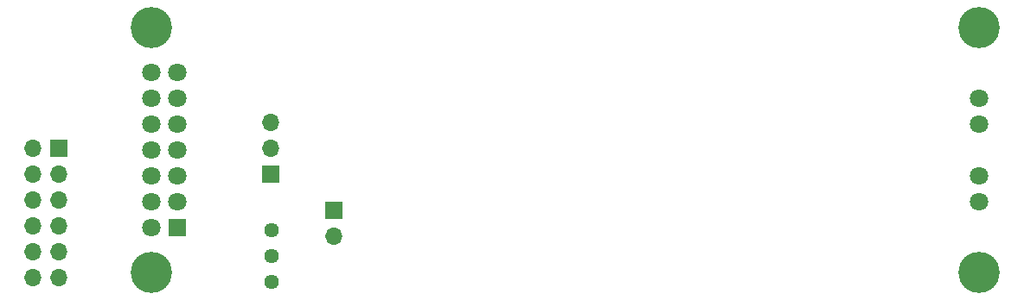
<source format=gbr>
%TF.GenerationSoftware,KiCad,Pcbnew,8.0.2*%
%TF.CreationDate,2024-12-11T20:23:40+09:00*%
%TF.ProjectId,Pmod_SC1602,506d6f64-5f53-4433-9136-30322e6b6963,rev?*%
%TF.SameCoordinates,Original*%
%TF.FileFunction,Soldermask,Bot*%
%TF.FilePolarity,Negative*%
%FSLAX46Y46*%
G04 Gerber Fmt 4.6, Leading zero omitted, Abs format (unit mm)*
G04 Created by KiCad (PCBNEW 8.0.2) date 2024-12-11 20:23:40*
%MOMM*%
%LPD*%
G01*
G04 APERTURE LIST*
%ADD10R,1.700000X1.700000*%
%ADD11O,1.700000X1.700000*%
%ADD12C,1.440000*%
%ADD13R,1.800000X1.800000*%
%ADD14C,1.800000*%
%ADD15C,4.050000*%
G04 APERTURE END LIST*
D10*
%TO.C,J2*%
X120777000Y-96393000D03*
D11*
X120777000Y-98933000D03*
%TD*%
D12*
%TO.C,RV2*%
X114681000Y-98313000D03*
X114681000Y-100853000D03*
X114681000Y-103393000D03*
%TD*%
D10*
%TO.C,J1*%
X93853000Y-90297000D03*
D11*
X93853000Y-92837000D03*
X93853000Y-95377000D03*
X93853000Y-97917000D03*
X93853000Y-100457000D03*
X93853000Y-102997000D03*
X91313000Y-90297000D03*
X91313000Y-92837000D03*
X91313000Y-95377000D03*
X91313000Y-97917000D03*
X91313000Y-100457000D03*
X91313000Y-102997000D03*
%TD*%
D10*
%TO.C,J3*%
X114554000Y-92837000D03*
D11*
X114554000Y-90297000D03*
X114554000Y-87757000D03*
%TD*%
D13*
%TO.C,DS1*%
X105436000Y-98083600D03*
D14*
X102896000Y-98083600D03*
X105436000Y-95543600D03*
X102896000Y-95543600D03*
X105436000Y-93003600D03*
X102896000Y-93003600D03*
X105436000Y-90463600D03*
X102896000Y-90463600D03*
X105436000Y-87923600D03*
X102896000Y-87923600D03*
X105436000Y-85383600D03*
X102896000Y-85383600D03*
X105436000Y-82843600D03*
X102896000Y-82843600D03*
X183896000Y-85383600D03*
X183896000Y-87923600D03*
X183896000Y-93003600D03*
X183896000Y-95543600D03*
D15*
X102896000Y-102463600D03*
X102896000Y-78463600D03*
X183896000Y-78463600D03*
X183896000Y-102463600D03*
%TD*%
M02*

</source>
